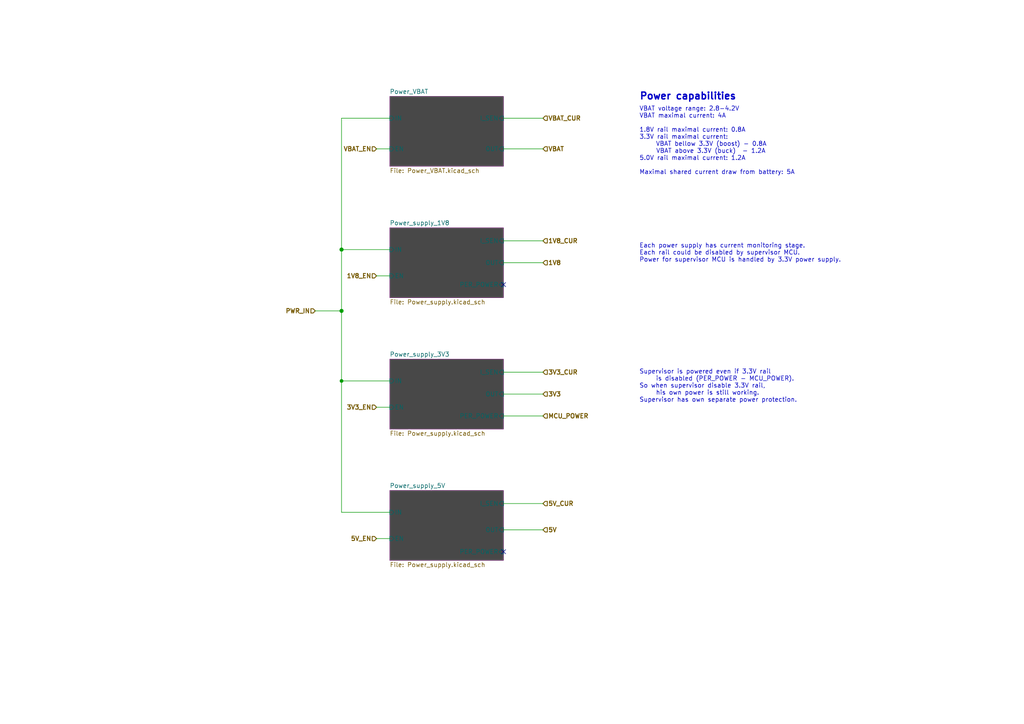
<source format=kicad_sch>
(kicad_sch (version 20210621) (generator eeschema)
  (paper "A4")
  (title_block (title "BUTCube - EPS") (date "2021-06-01") (rev "v1.0") (company "VUT - FIT(STRaDe) & FME(IAE & IPE)") (comment 1 "Author: Petr Malaník"))
  (lib_symbols)
  (junction (at 99.06 72.39) (diameter 1.016))
  (junction (at 99.06 90.17) (diameter 1.016))
  (junction (at 99.06 110.49) (diameter 0.9144))
  (no_connect (at 146.05 82.55))
  (no_connect (at 146.05 160.02))
  (wire (pts (xy 99.06 34.29) (xy 99.06 72.39)))
  (wire (pts (xy 99.06 72.39) (xy 99.06 90.17)))
  (wire (pts (xy 99.06 72.39) (xy 113.03 72.39)))
  (wire (pts (xy 99.06 90.17) (xy 91.44 90.17)))
  (wire (pts (xy 99.06 90.17) (xy 99.06 110.49)))
  (wire (pts (xy 99.06 110.49) (xy 113.03 110.49)))
  (wire (pts (xy 99.06 148.59) (xy 99.06 110.49)))
  (wire (pts (xy 99.06 148.59) (xy 113.03 148.59)))
  (wire (pts (xy 109.22 43.18) (xy 113.03 43.18)))
  (wire (pts (xy 109.22 80.01) (xy 113.03 80.01)))
  (wire (pts (xy 109.22 118.11) (xy 113.03 118.11)))
  (wire (pts (xy 109.22 156.21) (xy 113.03 156.21)))
  (wire (pts (xy 113.03 34.29) (xy 99.06 34.29)))
  (wire (pts (xy 146.05 34.29) (xy 157.48 34.29)))
  (wire (pts (xy 146.05 43.18) (xy 157.48 43.18)))
  (wire (pts (xy 146.05 69.85) (xy 157.48 69.85)))
  (wire (pts (xy 146.05 76.2) (xy 157.48 76.2)))
  (wire (pts (xy 146.05 107.95) (xy 157.48 107.95)))
  (wire (pts (xy 146.05 114.3) (xy 157.48 114.3)))
  (wire (pts (xy 146.05 120.65) (xy 157.48 120.65)))
  (wire (pts (xy 146.05 146.05) (xy 157.48 146.05)))
  (wire (pts (xy 146.05 153.67) (xy 157.48 153.67)))
  (text "Power capabilities" (at 185.42 29.21 0) (effects (font (size 2 2) (thickness 0.4) bold) (justify left bottom)))
  (text "VBAT voltage range: 2.8-4.2V\nVBAT maximal current: 4A\n\n1.8V rail maximal current: 0.8A\n3.3V rail maximal current:\n	VBAT bellow 3.3V (boost) - 0.8A\n     VBAT above 3.3V (buck)  - 1.2A\n5.0V rail maximal current: 1.2A\n\nMaximal shared current draw from battery: 5A\n" (at 185.42 50.8 0) (effects (font (size 1.27 1.27)) (justify left bottom)))
  (text "Each power supply has current monitoring stage.\nEach rail could be disabled by supervisor MCU.\nPower for supervisor MCU is handled by 3.3V power supply.\n" (at 185.42 76.2 0) (effects (font (size 1.27 1.27)) (justify left bottom)))
  (text "Supervisor is powered even if 3.3V rail\n	is disabled (PER_POWER - MCU_POWER).\nSo when supervisor disable 3.3V rail,\n	his own power is still working.\nSupervisor has own separate power protection." (at 185.42 116.84 0) (effects (font (size 1.27 1.27)) (justify left bottom)))
  (hierarchical_label "PWR_IN" (shape input) (at 91.44 90.17 180) (effects (font (thickness 0.254))))
  (hierarchical_label "VBAT_EN" (shape input) (at 109.22 43.18 180) (effects (font (thickness 0.254))))
  (hierarchical_label "1V8_EN" (shape input) (at 109.22 80.01 180) (effects (font (thickness 0.254))))
  (hierarchical_label "3V3_EN" (shape input) (at 109.22 118.11 180) (effects (font (thickness 0.254))))
  (hierarchical_label "5V_EN" (shape input) (at 109.22 156.21 180) (effects (font (thickness 0.254))))
  (hierarchical_label "VBAT_CUR" (shape input) (at 157.48 34.29 0) (effects (font (thickness 0.254))))
  (hierarchical_label "VBAT" (shape input) (at 157.48 43.18 0) (effects (font (thickness 0.254))))
  (hierarchical_label "1V8_CUR" (shape input) (at 157.48 69.85 0) (effects (font (thickness 0.254))))
  (hierarchical_label "1V8" (shape input) (at 157.48 76.2 0) (effects (font (thickness 0.254))))
  (hierarchical_label "3V3_CUR" (shape input) (at 157.48 107.95 0) (effects (font (thickness 0.254))))
  (hierarchical_label "3V3" (shape input) (at 157.48 114.3 0) (effects (font (thickness 0.254))))
  (hierarchical_label "MCU_POWER" (shape input) (at 157.48 120.65 0) (effects (font (thickness 0.254))))
  (hierarchical_label "5V_CUR" (shape input) (at 157.48 146.05 0) (effects (font (thickness 0.254))))
  (hierarchical_label "5V" (shape input) (at 157.48 153.67 0) (effects (font (thickness 0.254))))
  (sheet (at 113.03 27.94) (size 33.02 20.32) (stroke (width 0.001) (color 132 0 132 1)) (fill (color 72 72 72 1.0000))
    (property "Sheet name" "Power_VBAT" (at 113.03 27.3043 0) (effects (justify left bottom)))
    (property "Sheet file" "Power_VBAT.kicad_sch" (at 113.03 48.7687 0) (effects (justify left top)))
    (pin "OUT" input (at 146.05 43.18 0))
    (pin "IN" input (at 113.03 34.29 180))
    (pin "I_SEN" input (at 146.05 34.29 0))
    (pin "EN" input (at 113.03 43.18 180))
  )
  (sheet (at 113.03 66.04) (size 33.02 20.32) (stroke (width 0.001) (color 132 0 132 1)) (fill (color 72 72 72 1.0000))
    (property "Sheet name" "Power_supply_1V8" (at 113.03 65.4043 0) (effects (justify left bottom)))
    (property "Sheet file" "Power_supply.kicad_sch" (at 113.03 86.8687 0) (effects (justify left top)))
    (pin "IN" input (at 113.03 72.39 180))
    (pin "OUT" input (at 146.05 76.2 0))
    (pin "I_SEN" input (at 146.05 69.85 0))
    (pin "EN" input (at 113.03 80.01 180))
    (pin "PER_POWER" input (at 146.05 82.55 0))
  )
  (sheet (at 113.03 104.14) (size 33.02 20.32) (stroke (width 0.001) (color 132 0 132 1)) (fill (color 72 72 72 1.0000))
    (property "Sheet name" "Power_supply_3V3" (at 113.03 103.5043 0) (effects (justify left bottom)))
    (property "Sheet file" "Power_supply.kicad_sch" (at 113.03 124.9687 0) (effects (justify left top)))
    (pin "IN" input (at 113.03 110.49 180))
    (pin "OUT" input (at 146.05 114.3 0))
    (pin "I_SEN" input (at 146.05 107.95 0))
    (pin "EN" input (at 113.03 118.11 180))
    (pin "PER_POWER" input (at 146.05 120.65 0))
  )
  (sheet (at 113.03 142.24) (size 33.02 20.32) (stroke (width 0.001) (color 132 0 132 1)) (fill (color 72 72 72 1.0000))
    (property "Sheet name" "Power_supply_5V" (at 113.03 141.6043 0) (effects (justify left bottom)))
    (property "Sheet file" "Power_supply.kicad_sch" (at 113.03 163.0687 0) (effects (justify left top)))
    (pin "IN" input (at 113.03 148.59 180))
    (pin "OUT" input (at 146.05 153.67 0))
    (pin "I_SEN" input (at 146.05 146.05 0))
    (pin "EN" input (at 113.03 156.21 180))
    (pin "PER_POWER" input (at 146.05 160.02 0))
  )
)
</source>
